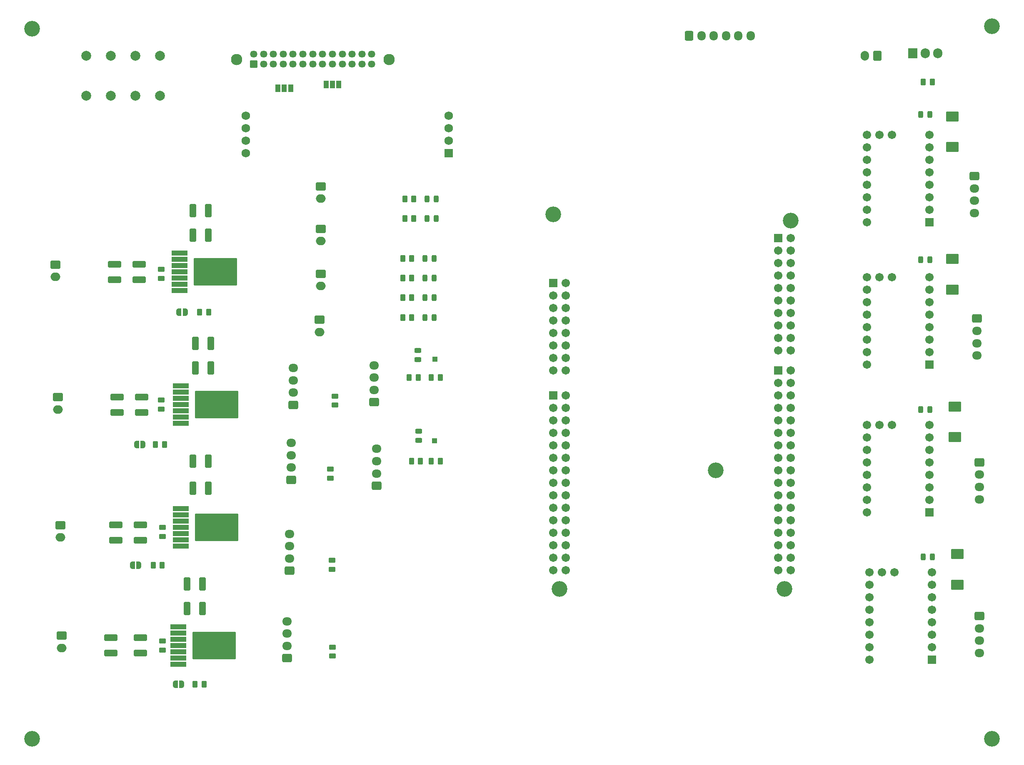
<source format=gbr>
%TF.GenerationSoftware,KiCad,Pcbnew,8.0.5*%
%TF.CreationDate,2024-11-03T12:33:07+01:00*%
%TF.ProjectId,Control board,436f6e74-726f-46c2-9062-6f6172642e6b,rev?*%
%TF.SameCoordinates,Original*%
%TF.FileFunction,Soldermask,Top*%
%TF.FilePolarity,Negative*%
%FSLAX46Y46*%
G04 Gerber Fmt 4.6, Leading zero omitted, Abs format (unit mm)*
G04 Created by KiCad (PCBNEW 8.0.5) date 2024-11-03 12:33:07*
%MOMM*%
%LPD*%
G01*
G04 APERTURE LIST*
G04 Aperture macros list*
%AMRoundRect*
0 Rectangle with rounded corners*
0 $1 Rounding radius*
0 $2 $3 $4 $5 $6 $7 $8 $9 X,Y pos of 4 corners*
0 Add a 4 corners polygon primitive as box body*
4,1,4,$2,$3,$4,$5,$6,$7,$8,$9,$2,$3,0*
0 Add four circle primitives for the rounded corners*
1,1,$1+$1,$2,$3*
1,1,$1+$1,$4,$5*
1,1,$1+$1,$6,$7*
1,1,$1+$1,$8,$9*
0 Add four rect primitives between the rounded corners*
20,1,$1+$1,$2,$3,$4,$5,0*
20,1,$1+$1,$4,$5,$6,$7,0*
20,1,$1+$1,$6,$7,$8,$9,0*
20,1,$1+$1,$8,$9,$2,$3,0*%
%AMFreePoly0*
4,1,19,0.500000,-0.750000,0.000000,-0.750000,0.000000,-0.744911,-0.071157,-0.744911,-0.207708,-0.704816,-0.327430,-0.627875,-0.420627,-0.520320,-0.479746,-0.390866,-0.500000,-0.250000,-0.500000,0.250000,-0.479746,0.390866,-0.420627,0.520320,-0.327430,0.627875,-0.207708,0.704816,-0.071157,0.744911,0.000000,0.744911,0.000000,0.750000,0.500000,0.750000,0.500000,-0.750000,0.500000,-0.750000,
$1*%
%AMFreePoly1*
4,1,19,0.000000,0.744911,0.071157,0.744911,0.207708,0.704816,0.327430,0.627875,0.420627,0.520320,0.479746,0.390866,0.500000,0.250000,0.500000,-0.250000,0.479746,-0.390866,0.420627,-0.520320,0.327430,-0.627875,0.207708,-0.704816,0.071157,-0.744911,0.000000,-0.744911,0.000000,-0.750000,-0.500000,-0.750000,-0.500000,0.750000,0.000000,0.750000,0.000000,0.744911,0.000000,0.744911,
$1*%
G04 Aperture macros list end*
%ADD10RoundRect,0.250000X-0.262500X-0.450000X0.262500X-0.450000X0.262500X0.450000X-0.262500X0.450000X0*%
%ADD11FreePoly0,180.000000*%
%ADD12FreePoly1,180.000000*%
%ADD13C,1.462000*%
%ADD14RoundRect,0.102000X0.629000X0.629000X-0.629000X0.629000X-0.629000X-0.629000X0.629000X-0.629000X0*%
%ADD15C,2.300000*%
%ADD16RoundRect,0.250000X-1.100000X0.412500X-1.100000X-0.412500X1.100000X-0.412500X1.100000X0.412500X0*%
%ADD17RoundRect,0.243750X0.243750X0.456250X-0.243750X0.456250X-0.243750X-0.456250X0.243750X-0.456250X0*%
%ADD18C,3.200000*%
%ADD19C,2.000000*%
%ADD20RoundRect,0.250000X-0.412500X-1.100000X0.412500X-1.100000X0.412500X1.100000X-0.412500X1.100000X0*%
%ADD21RoundRect,0.102000X-1.530000X-0.445000X1.530000X-0.445000X1.530000X0.445000X-1.530000X0.445000X0*%
%ADD22RoundRect,0.102000X-4.270000X-2.675000X4.270000X-2.675000X4.270000X2.675000X-4.270000X2.675000X0*%
%ADD23RoundRect,0.250000X-0.725000X0.600000X-0.725000X-0.600000X0.725000X-0.600000X0.725000X0.600000X0*%
%ADD24O,1.950000X1.700000*%
%ADD25RoundRect,0.250000X0.450000X-0.262500X0.450000X0.262500X-0.450000X0.262500X-0.450000X-0.262500X0*%
%ADD26RoundRect,0.250000X0.262500X0.450000X-0.262500X0.450000X-0.262500X-0.450000X0.262500X-0.450000X0*%
%ADD27RoundRect,0.250000X0.725000X-0.600000X0.725000X0.600000X-0.725000X0.600000X-0.725000X-0.600000X0*%
%ADD28RoundRect,0.250000X-0.750000X0.600000X-0.750000X-0.600000X0.750000X-0.600000X0.750000X0.600000X0*%
%ADD29O,2.000000X1.700000*%
%ADD30RoundRect,0.102000X0.754000X0.754000X-0.754000X0.754000X-0.754000X-0.754000X0.754000X-0.754000X0*%
%ADD31C,1.712000*%
%ADD32RoundRect,0.102000X0.765000X0.765000X-0.765000X0.765000X-0.765000X-0.765000X0.765000X-0.765000X0*%
%ADD33C,1.734000*%
%ADD34RoundRect,0.250000X0.600000X0.750000X-0.600000X0.750000X-0.600000X-0.750000X0.600000X-0.750000X0*%
%ADD35O,1.700000X2.000000*%
%ADD36RoundRect,0.243750X0.456250X-0.243750X0.456250X0.243750X-0.456250X0.243750X-0.456250X-0.243750X0*%
%ADD37RoundRect,0.250000X-1.025000X0.787500X-1.025000X-0.787500X1.025000X-0.787500X1.025000X0.787500X0*%
%ADD38R,1.000000X1.000000*%
%ADD39RoundRect,0.102000X-0.754000X-0.754000X0.754000X-0.754000X0.754000X0.754000X-0.754000X0.754000X0*%
%ADD40R,1.000000X1.500000*%
%ADD41R,1.905000X2.000000*%
%ADD42O,1.905000X2.000000*%
%ADD43RoundRect,0.250000X-0.600000X-0.725000X0.600000X-0.725000X0.600000X0.725000X-0.600000X0.725000X0*%
%ADD44O,1.700000X1.950000*%
G04 APERTURE END LIST*
D10*
%TO.C,R615*%
X80535000Y-101640000D03*
X82360000Y-101640000D03*
%TD*%
%TO.C,R614*%
X89527500Y-74680000D03*
X91352500Y-74680000D03*
%TD*%
%TO.C,R613*%
X80077500Y-126160000D03*
X81902500Y-126160000D03*
%TD*%
%TO.C,R612*%
X88567500Y-150390000D03*
X90392500Y-150390000D03*
%TD*%
D11*
%TO.C,JP604*%
X78000000Y-101630000D03*
D12*
X76700000Y-101630000D03*
%TD*%
D11*
%TO.C,JP603*%
X86600000Y-74700000D03*
D12*
X85300000Y-74700000D03*
%TD*%
D11*
%TO.C,JP602*%
X77130000Y-126170000D03*
D12*
X75830000Y-126170000D03*
%TD*%
D11*
%TO.C,JP601*%
X85850000Y-150390000D03*
D12*
X84550000Y-150390000D03*
%TD*%
D13*
%TO.C,J301*%
X124500000Y-22200000D03*
X122500000Y-22200000D03*
X120500000Y-22200000D03*
X118500000Y-22200000D03*
X116500000Y-22200000D03*
X114500000Y-22200000D03*
X112500000Y-22200000D03*
X110500000Y-22200000D03*
X108500000Y-22200000D03*
X106500000Y-22200000D03*
X104500000Y-22200000D03*
X102500000Y-22200000D03*
X100500000Y-22200000D03*
X124500000Y-24200000D03*
X122500000Y-24200000D03*
X120500000Y-24200000D03*
X118500000Y-24200000D03*
X116500000Y-24200000D03*
X114500000Y-24200000D03*
X112500000Y-24200000D03*
X110500000Y-24200000D03*
X108500000Y-24200000D03*
X106500000Y-24200000D03*
X104500000Y-24200000D03*
X102500000Y-24200000D03*
D14*
X100500000Y-24200000D03*
D15*
X97000000Y-23300000D03*
X128000000Y-23300000D03*
%TD*%
D16*
%TO.C,C614*%
X77500000Y-117937500D03*
X77500000Y-121062500D03*
%TD*%
D10*
%TO.C,R406*%
X136587500Y-88000000D03*
X138412500Y-88000000D03*
%TD*%
D17*
%TO.C,D504*%
X238437500Y-124500000D03*
X236562500Y-124500000D03*
%TD*%
D10*
%TO.C,R601*%
X236567500Y-27900000D03*
X238392500Y-27900000D03*
%TD*%
D18*
%TO.C,H501*%
X250500000Y-16500000D03*
%TD*%
D19*
%TO.C,J501*%
X81445100Y-30700000D03*
X81445100Y-22500001D03*
X76445100Y-30700000D03*
X76445100Y-22500001D03*
X71445099Y-30700000D03*
X71445099Y-22500001D03*
X66445099Y-30700000D03*
X66445099Y-22500001D03*
%TD*%
D20*
%TO.C,C609*%
X88177500Y-105000000D03*
X91302500Y-105000000D03*
%TD*%
D21*
%TO.C,U602*%
X85435000Y-62690000D03*
X85435000Y-63960000D03*
X85435000Y-65230000D03*
X85435000Y-66500000D03*
X85435000Y-67770000D03*
X85435000Y-69040000D03*
X85435000Y-70310000D03*
D22*
X92740000Y-66500000D03*
%TD*%
D23*
%TO.C,J504*%
X248025000Y-105250000D03*
D24*
X248025000Y-107750000D03*
X248025000Y-110250000D03*
X248025000Y-112750000D03*
%TD*%
D16*
%TO.C,C608*%
X77240000Y-64937500D03*
X77240000Y-68062500D03*
%TD*%
D25*
%TO.C,R603*%
X81740000Y-67825000D03*
X81740000Y-66000000D03*
%TD*%
D26*
%TO.C,R607*%
X132625000Y-71760000D03*
X130800000Y-71760000D03*
%TD*%
D27*
%TO.C,J402*%
X108570000Y-93560000D03*
D24*
X108570000Y-91060000D03*
X108570000Y-88560000D03*
X108570000Y-86060000D03*
%TD*%
D25*
%TO.C,R604*%
X82000000Y-120325000D03*
X82000000Y-118500000D03*
%TD*%
D17*
%TO.C,D606*%
X135710000Y-51650000D03*
X137585000Y-51650000D03*
%TD*%
D27*
%TO.C,J405*%
X107800000Y-127290000D03*
D24*
X107800000Y-124790000D03*
X107800000Y-122290000D03*
X107800000Y-119790000D03*
%TD*%
D20*
%TO.C,C612*%
X88677500Y-86000000D03*
X91802500Y-86000000D03*
%TD*%
D28*
%TO.C,J605*%
X60740000Y-92000000D03*
D29*
X60740000Y-94500000D03*
%TD*%
D30*
%TO.C,U504*%
X238350000Y-145390000D03*
D31*
X238350000Y-142850000D03*
X238350000Y-140310000D03*
X238350000Y-137770000D03*
X238350000Y-135230000D03*
X238350000Y-132690000D03*
X238350000Y-130150000D03*
X238350000Y-127610000D03*
X225650000Y-145390000D03*
X225650000Y-142850000D03*
X225650000Y-140310000D03*
X225650000Y-137770000D03*
X225650000Y-135230000D03*
X225650000Y-132690000D03*
X225650000Y-130150000D03*
X225650000Y-127610000D03*
X230730000Y-127610000D03*
X228190000Y-127610000D03*
%TD*%
D20*
%TO.C,C601*%
X86937500Y-130000000D03*
X90062500Y-130000000D03*
%TD*%
D26*
%TO.C,R610*%
X131235000Y-55650000D03*
X133060000Y-55650000D03*
%TD*%
D10*
%TO.C,R401*%
X132587500Y-105000000D03*
X134412500Y-105000000D03*
%TD*%
D27*
%TO.C,J403*%
X125000000Y-93000000D03*
D24*
X125000000Y-90500000D03*
X125000000Y-88000000D03*
X125000000Y-85500000D03*
%TD*%
D32*
%TO.C,U301*%
X140100000Y-42310000D03*
D33*
X140100000Y-39770000D03*
X140100000Y-37230000D03*
X140100000Y-34690000D03*
X98880000Y-34690000D03*
X98880000Y-37230000D03*
X98880000Y-39770000D03*
X98880000Y-42310000D03*
%TD*%
D25*
%TO.C,R407*%
X116400000Y-127002500D03*
X116400000Y-125177500D03*
%TD*%
%TO.C,R403*%
X117000000Y-93585000D03*
X117000000Y-91760000D03*
%TD*%
D18*
%TO.C,H504*%
X55500000Y-17000000D03*
%TD*%
D34*
%TO.C,J603*%
X227250000Y-22525000D03*
D35*
X224750000Y-22525000D03*
%TD*%
D17*
%TO.C,D602*%
X137150000Y-71760000D03*
X135275000Y-71760000D03*
%TD*%
D30*
%TO.C,U502*%
X237850000Y-85390000D03*
D31*
X237850000Y-82850000D03*
X237850000Y-80310000D03*
X237850000Y-77770000D03*
X237850000Y-75230000D03*
X237850000Y-72690000D03*
X237850000Y-70150000D03*
X237850000Y-67610000D03*
X225150000Y-85390000D03*
X225150000Y-82850000D03*
X225150000Y-80310000D03*
X225150000Y-77770000D03*
X225150000Y-75230000D03*
X225150000Y-72690000D03*
X225150000Y-70150000D03*
X225150000Y-67610000D03*
X230230000Y-67610000D03*
X227690000Y-67610000D03*
%TD*%
D28*
%TO.C,J609*%
X114110000Y-49100000D03*
D29*
X114110000Y-51600000D03*
%TD*%
D26*
%TO.C,R611*%
X131235000Y-51650000D03*
X133060000Y-51650000D03*
%TD*%
D36*
%TO.C,D401*%
X134050000Y-100797500D03*
X134050000Y-98922500D03*
%TD*%
D17*
%TO.C,D603*%
X137150000Y-67760000D03*
X135275000Y-67760000D03*
%TD*%
D20*
%TO.C,C603*%
X86937500Y-135000000D03*
X90062500Y-135000000D03*
%TD*%
D37*
%TO.C,C503*%
X243000000Y-93887500D03*
X243000000Y-100112500D03*
%TD*%
D38*
%TO.C,TP402*%
X137320000Y-84280000D03*
%TD*%
D17*
%TO.C,D601*%
X137150000Y-75760000D03*
X135275000Y-75760000D03*
%TD*%
D31*
%TO.C,U201*%
X209630000Y-127150000D03*
X207090000Y-127150000D03*
X209630000Y-124610000D03*
X207090000Y-124610000D03*
X209630000Y-122070000D03*
X207090000Y-122070000D03*
X209630000Y-119530000D03*
X207090000Y-119530000D03*
X209630000Y-116990000D03*
X207090000Y-116990000D03*
X209630000Y-114450000D03*
X207090000Y-114450000D03*
X209630000Y-111910000D03*
X207090000Y-111910000D03*
X209630000Y-109370000D03*
X207090000Y-109370000D03*
X209630000Y-106830000D03*
X207090000Y-106830000D03*
X209630000Y-104290000D03*
X207090000Y-104290000D03*
X209630000Y-101750000D03*
X207090000Y-101750000D03*
X209630000Y-99210000D03*
X207090000Y-99210000D03*
X209630000Y-96670000D03*
X207090000Y-96670000D03*
X209630000Y-94130000D03*
X207090000Y-94130000D03*
X209630000Y-91590000D03*
X207090000Y-91590000D03*
X209630000Y-89050000D03*
X207090000Y-89050000D03*
X209630000Y-86510000D03*
D39*
X207090000Y-86510000D03*
D31*
X163910000Y-127150000D03*
X161370000Y-127150000D03*
X163910000Y-124610000D03*
X161370000Y-124610000D03*
X163910000Y-122070000D03*
X161370000Y-122070000D03*
X163910000Y-119530000D03*
X161370000Y-119530000D03*
X163910000Y-116990000D03*
X161370000Y-116990000D03*
X163910000Y-114450000D03*
X161370000Y-114450000D03*
X163910000Y-111910000D03*
X161370000Y-111910000D03*
X163910000Y-109370000D03*
X161370000Y-109370000D03*
X163910000Y-106830000D03*
X161370000Y-106830000D03*
X163910000Y-104290000D03*
X161370000Y-104290000D03*
X163910000Y-101750000D03*
X161370000Y-101750000D03*
X163910000Y-99210000D03*
X161370000Y-99210000D03*
X163910000Y-96670000D03*
X161370000Y-96670000D03*
X163910000Y-94130000D03*
X161370000Y-94130000D03*
X163910000Y-91590000D03*
D39*
X161370000Y-91590000D03*
D31*
X163910000Y-86510000D03*
X161370000Y-86510000D03*
X163910000Y-83970000D03*
X161370000Y-83970000D03*
X163910000Y-81430000D03*
X161370000Y-81430000D03*
X163910000Y-78890000D03*
X161370000Y-78890000D03*
X163910000Y-76350000D03*
X161370000Y-76350000D03*
X163910000Y-73810000D03*
X161370000Y-73810000D03*
X163910000Y-71270000D03*
X161370000Y-71270000D03*
X163910000Y-68730000D03*
D39*
X161370000Y-68730000D03*
D31*
X209630000Y-82446000D03*
X207090000Y-82446000D03*
X209630000Y-79906000D03*
X207090000Y-79906000D03*
X209630000Y-77366000D03*
X207090000Y-77366000D03*
X209630000Y-74826000D03*
X207090000Y-74826000D03*
X209630000Y-72286000D03*
X207090000Y-72286000D03*
X209630000Y-69746000D03*
X207090000Y-69746000D03*
X209630000Y-67206000D03*
X207090000Y-67206000D03*
X209630000Y-64666000D03*
X207090000Y-64666000D03*
X209630000Y-62126000D03*
X207090000Y-62126000D03*
X209630000Y-59586000D03*
D39*
X207090000Y-59586000D03*
D18*
X209630000Y-56030000D03*
X208360000Y-130960000D03*
X194390000Y-106830000D03*
X162640000Y-130960000D03*
X161370000Y-54760000D03*
%TD*%
D40*
%TO.C,JP302*%
X105410000Y-29110000D03*
X106710000Y-29110000D03*
X108010000Y-29110000D03*
%TD*%
D17*
%TO.C,D605*%
X135710000Y-55650000D03*
X137585000Y-55650000D03*
%TD*%
D25*
%TO.C,R605*%
X81740000Y-94412500D03*
X81740000Y-92587500D03*
%TD*%
%TO.C,R408*%
X116490000Y-144632500D03*
X116490000Y-142807500D03*
%TD*%
%TO.C,R404*%
X116060000Y-108432500D03*
X116060000Y-106607500D03*
%TD*%
D10*
%TO.C,R402*%
X136587500Y-105000000D03*
X138412500Y-105000000D03*
%TD*%
D23*
%TO.C,J505*%
X248000000Y-136500000D03*
D24*
X248000000Y-139000000D03*
X248000000Y-141500000D03*
X248000000Y-144000000D03*
%TD*%
D20*
%TO.C,C604*%
X88177500Y-59000000D03*
X91302500Y-59000000D03*
%TD*%
D18*
%TO.C,H502*%
X250500000Y-161500000D03*
%TD*%
D26*
%TO.C,R606*%
X132625000Y-75760000D03*
X130800000Y-75760000D03*
%TD*%
D20*
%TO.C,C602*%
X88177500Y-54000000D03*
X91302500Y-54000000D03*
%TD*%
D21*
%TO.C,U604*%
X85695000Y-89690000D03*
X85695000Y-90960000D03*
X85695000Y-92230000D03*
X85695000Y-93500000D03*
X85695000Y-94770000D03*
X85695000Y-96040000D03*
X85695000Y-97310000D03*
D22*
X93000000Y-93500000D03*
%TD*%
D40*
%TO.C,JP301*%
X117810000Y-28392500D03*
X116510000Y-28392500D03*
X115210000Y-28392500D03*
%TD*%
D37*
%TO.C,C502*%
X242500000Y-63887500D03*
X242500000Y-70112500D03*
%TD*%
D28*
%TO.C,J602*%
X60240000Y-65000000D03*
D29*
X60240000Y-67500000D03*
%TD*%
D17*
%TO.C,D501*%
X237937500Y-34500000D03*
X236062500Y-34500000D03*
%TD*%
D21*
%TO.C,U601*%
X85195000Y-138690000D03*
X85195000Y-139960000D03*
X85195000Y-141230000D03*
X85195000Y-142500000D03*
X85195000Y-143770000D03*
X85195000Y-145040000D03*
X85195000Y-146310000D03*
D22*
X92500000Y-142500000D03*
%TD*%
D16*
%TO.C,C615*%
X72740000Y-91937500D03*
X72740000Y-95062500D03*
%TD*%
D23*
%TO.C,J502*%
X247000000Y-47000000D03*
D24*
X247000000Y-49500000D03*
X247000000Y-52000000D03*
X247000000Y-54500000D03*
%TD*%
D16*
%TO.C,C607*%
X72240000Y-64937500D03*
X72240000Y-68062500D03*
%TD*%
D27*
%TO.C,J407*%
X107290000Y-145080000D03*
D24*
X107290000Y-142580000D03*
X107290000Y-140080000D03*
X107290000Y-137580000D03*
%TD*%
D37*
%TO.C,C501*%
X242500000Y-34887500D03*
X242500000Y-41112500D03*
%TD*%
D21*
%TO.C,U603*%
X85695000Y-114690000D03*
X85695000Y-115960000D03*
X85695000Y-117230000D03*
X85695000Y-118500000D03*
X85695000Y-119770000D03*
X85695000Y-121040000D03*
X85695000Y-122310000D03*
D22*
X93000000Y-118500000D03*
%TD*%
D25*
%TO.C,R602*%
X82000000Y-143412500D03*
X82000000Y-141587500D03*
%TD*%
D16*
%TO.C,C606*%
X77500000Y-140937500D03*
X77500000Y-144062500D03*
%TD*%
D10*
%TO.C,R405*%
X132087500Y-88000000D03*
X133912500Y-88000000D03*
%TD*%
D28*
%TO.C,J606*%
X113860000Y-76230000D03*
D29*
X113860000Y-78730000D03*
%TD*%
D37*
%TO.C,C504*%
X243500000Y-123887500D03*
X243500000Y-130112500D03*
%TD*%
D16*
%TO.C,C616*%
X77740000Y-91937500D03*
X77740000Y-95062500D03*
%TD*%
D26*
%TO.C,R609*%
X132625000Y-63760000D03*
X130800000Y-63760000D03*
%TD*%
D41*
%TO.C,Q601*%
X234420000Y-22000000D03*
D42*
X236960000Y-22000000D03*
X239500000Y-22000000D03*
%TD*%
D28*
%TO.C,J607*%
X114110000Y-57740000D03*
D29*
X114110000Y-60240000D03*
%TD*%
D16*
%TO.C,C605*%
X71500000Y-140937500D03*
X71500000Y-144062500D03*
%TD*%
D17*
%TO.C,D503*%
X237937500Y-94500000D03*
X236062500Y-94500000D03*
%TD*%
D16*
%TO.C,C613*%
X72500000Y-117937500D03*
X72500000Y-121062500D03*
%TD*%
D17*
%TO.C,D604*%
X137150000Y-63760000D03*
X135275000Y-63760000D03*
%TD*%
D20*
%TO.C,C610*%
X88677500Y-81000000D03*
X91802500Y-81000000D03*
%TD*%
D30*
%TO.C,U501*%
X237850000Y-56390000D03*
D31*
X237850000Y-53850000D03*
X237850000Y-51310000D03*
X237850000Y-48770000D03*
X237850000Y-46230000D03*
X237850000Y-43690000D03*
X237850000Y-41150000D03*
X237850000Y-38610000D03*
X225150000Y-56390000D03*
X225150000Y-53850000D03*
X225150000Y-51310000D03*
X225150000Y-48770000D03*
X225150000Y-46230000D03*
X225150000Y-43690000D03*
X225150000Y-41150000D03*
X225150000Y-38610000D03*
X230230000Y-38610000D03*
X227690000Y-38610000D03*
%TD*%
D28*
%TO.C,J601*%
X61500000Y-140500000D03*
D29*
X61500000Y-143000000D03*
%TD*%
D17*
%TO.C,D502*%
X237937500Y-64000000D03*
X236062500Y-64000000D03*
%TD*%
D28*
%TO.C,J608*%
X114110000Y-66860000D03*
D29*
X114110000Y-69360000D03*
%TD*%
D27*
%TO.C,J401*%
X125500000Y-110000000D03*
D24*
X125500000Y-107500000D03*
X125500000Y-105000000D03*
X125500000Y-102500000D03*
%TD*%
D36*
%TO.C,D402*%
X133880000Y-84317500D03*
X133880000Y-82442500D03*
%TD*%
D28*
%TO.C,J604*%
X61240000Y-118000000D03*
D29*
X61240000Y-120500000D03*
%TD*%
D43*
%TO.C,J406*%
X189000000Y-18500000D03*
D44*
X191500000Y-18500000D03*
X194000000Y-18500000D03*
X196500000Y-18500000D03*
X199000000Y-18500000D03*
X201500000Y-18500000D03*
%TD*%
D27*
%TO.C,J404*%
X108140000Y-108800000D03*
D24*
X108140000Y-106300000D03*
X108140000Y-103800000D03*
X108140000Y-101300000D03*
%TD*%
D20*
%TO.C,C611*%
X88177500Y-110500000D03*
X91302500Y-110500000D03*
%TD*%
D18*
%TO.C,H503*%
X55500000Y-161500000D03*
%TD*%
D23*
%TO.C,J503*%
X247500000Y-76000000D03*
D24*
X247500000Y-78500000D03*
X247500000Y-81000000D03*
X247500000Y-83500000D03*
%TD*%
D38*
%TO.C,TP401*%
X137210000Y-100810000D03*
%TD*%
D26*
%TO.C,R608*%
X132625000Y-67760000D03*
X130800000Y-67760000D03*
%TD*%
D30*
%TO.C,U503*%
X237850000Y-115390000D03*
D31*
X237850000Y-112850000D03*
X237850000Y-110310000D03*
X237850000Y-107770000D03*
X237850000Y-105230000D03*
X237850000Y-102690000D03*
X237850000Y-100150000D03*
X237850000Y-97610000D03*
X225150000Y-115390000D03*
X225150000Y-112850000D03*
X225150000Y-110310000D03*
X225150000Y-107770000D03*
X225150000Y-105230000D03*
X225150000Y-102690000D03*
X225150000Y-100150000D03*
X225150000Y-97610000D03*
X230230000Y-97610000D03*
X227690000Y-97610000D03*
%TD*%
M02*

</source>
